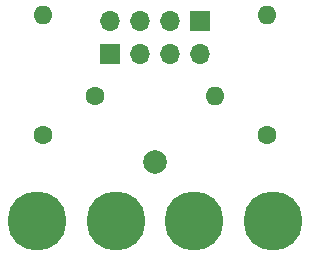
<source format=gbs>
G04 #@! TF.GenerationSoftware,KiCad,Pcbnew,7.0.10*
G04 #@! TF.CreationDate,2024-07-28T21:48:16+02:00*
G04 #@! TF.ProjectId,Traffic LED Board,54726166-6669-4632-904c-454420426f61,rev?*
G04 #@! TF.SameCoordinates,Original*
G04 #@! TF.FileFunction,Soldermask,Bot*
G04 #@! TF.FilePolarity,Negative*
%FSLAX46Y46*%
G04 Gerber Fmt 4.6, Leading zero omitted, Abs format (unit mm)*
G04 Created by KiCad (PCBNEW 7.0.10) date 2024-07-28 21:48:16*
%MOMM*%
%LPD*%
G01*
G04 APERTURE LIST*
%ADD10C,2.000000*%
%ADD11R,1.700000X1.700000*%
%ADD12O,1.700000X1.700000*%
%ADD13C,5.000000*%
%ADD14C,1.600000*%
%ADD15O,1.600000X1.600000*%
G04 APERTURE END LIST*
D10*
X113274000Y-115000000D03*
D11*
X109474000Y-105918000D03*
D12*
X112014000Y-105918000D03*
X114554000Y-105918000D03*
X117094000Y-105918000D03*
D13*
X109950599Y-120064356D03*
D14*
X103774000Y-112776000D03*
D15*
X103774000Y-102616000D03*
D14*
X122774000Y-112776000D03*
D15*
X122774000Y-102616000D03*
D11*
X117094000Y-103124000D03*
D12*
X114554000Y-103124000D03*
X112014000Y-103124000D03*
X109474000Y-103124000D03*
D13*
X103283933Y-120064356D03*
X123283933Y-120064356D03*
D14*
X108194000Y-109474000D03*
D15*
X118354000Y-109474000D03*
D13*
X116617265Y-120064356D03*
M02*

</source>
